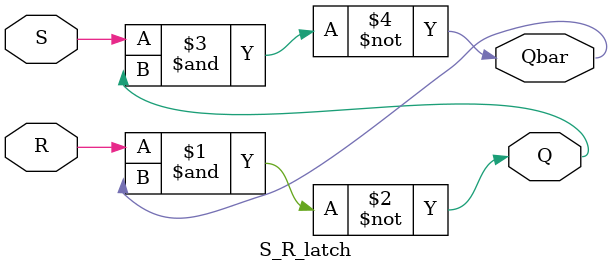
<source format=v>
`timescale 1ns / 1ps


module S_R_latch(
    input S,
    input R,
    output Q,
    output Qbar
    );
    
    assign Q    = ~(R & Qbar);   // NAND latch form
    assign Qbar = ~(S & Q);      // NAND latch form
endmodule

</source>
